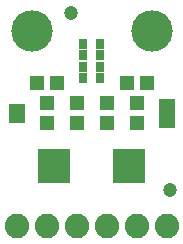
<source format=gbr>
G04 EAGLE Gerber RS-274X export*
G75*
%MOMM*%
%FSLAX34Y34*%
%LPD*%
%INSoldermask Top*%
%IPPOS*%
%AMOC8*
5,1,8,0,0,1.08239X$1,22.5*%
G01*
%ADD10R,0.803200X0.923200*%
%ADD11C,2.082800*%
%ADD12R,1.303200X1.203200*%
%ADD13R,1.203200X1.303200*%
%ADD14R,1.473200X0.838200*%
%ADD15C,1.203200*%
%ADD16C,3.505200*%
%ADD17R,2.753200X2.903200*%


D10*
X83200Y166950D03*
X83200Y157250D03*
X83200Y147550D03*
X83200Y137850D03*
X69200Y137850D03*
X69200Y147550D03*
X69200Y157250D03*
X69200Y166950D03*
D11*
X12700Y12700D03*
X38100Y12700D03*
X63500Y12700D03*
X88900Y12700D03*
X114300Y12700D03*
X139700Y12700D03*
D12*
X105800Y133350D03*
X122800Y133350D03*
D13*
X88900Y116450D03*
X88900Y99450D03*
D14*
X139700Y116078D03*
X139700Y107950D03*
X139700Y99822D03*
D13*
X63500Y116450D03*
X63500Y99450D03*
D12*
X29600Y133350D03*
X46600Y133350D03*
D15*
X142240Y43180D03*
X58420Y193040D03*
D16*
X25400Y177800D03*
X127000Y177800D03*
D13*
X38100Y99450D03*
X38100Y116450D03*
X114300Y99450D03*
X114300Y116450D03*
D14*
X12700Y103831D03*
X12700Y112069D03*
D17*
X107900Y63500D03*
X44500Y63500D03*
M02*

</source>
